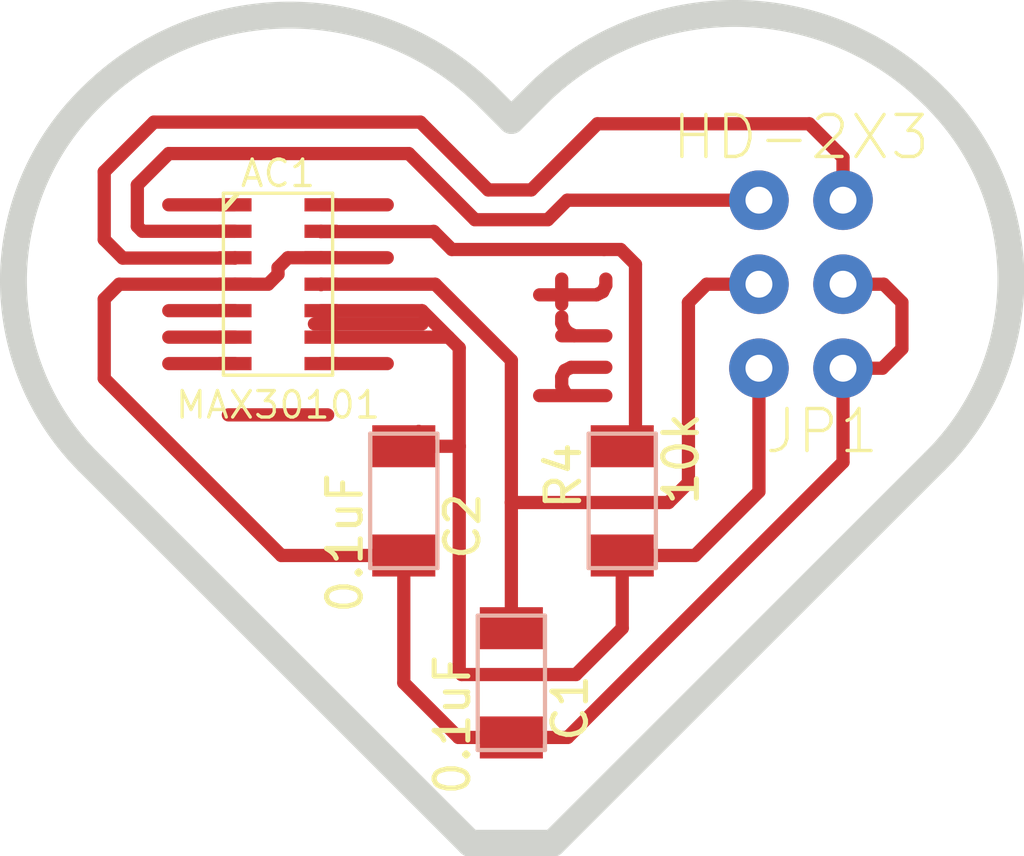
<source format=kicad_pcb>
(kicad_pcb (version 4) (host pcbnew 4.0.7-e2-6376~61~ubuntu18.04.1)

  (general
    (links 14)
    (no_connects 1)
    (area 136.550699 118.858318 167.499301 144.756401)
    (thickness 1.6)
    (drawings 10)
    (tracks 88)
    (zones 0)
    (modules 5)
    (nets 7)
  )

  (page A4)
  (layers
    (0 F.Cu signal)
    (31 B.Cu signal)
    (32 B.Adhes user)
    (33 F.Adhes user)
    (34 B.Paste user)
    (35 F.Paste user)
    (36 B.SilkS user)
    (37 F.SilkS user)
    (38 B.Mask user)
    (39 F.Mask user)
    (40 Dwgs.User user)
    (41 Cmts.User user)
    (42 Eco1.User user)
    (43 Eco2.User user)
    (44 Edge.Cuts user)
    (45 Margin user)
    (46 B.CrtYd user)
    (47 F.CrtYd user)
    (48 B.Fab user)
    (49 F.Fab user)
  )

  (setup
    (last_trace_width 0.4)
    (trace_clearance 0.39)
    (zone_clearance 0.508)
    (zone_45_only no)
    (trace_min 0.2)
    (segment_width 0.2)
    (edge_width 0.8128)
    (via_size 0.6)
    (via_drill 0.4)
    (via_min_size 0.4)
    (via_min_drill 0.3)
    (uvia_size 0.3)
    (uvia_drill 0.1)
    (uvias_allowed no)
    (uvia_min_size 0)
    (uvia_min_drill 0)
    (pcb_text_width 0.3)
    (pcb_text_size 1.5 1.5)
    (mod_edge_width 0.15)
    (mod_text_size 1 1)
    (mod_text_width 0.15)
    (pad_size 1 0.4)
    (pad_drill 0)
    (pad_to_mask_clearance 0.2)
    (aux_axis_origin 0 0)
    (visible_elements FFFFFF7F)
    (pcbplotparams
      (layerselection 0x00030_80000001)
      (usegerberextensions false)
      (excludeedgelayer true)
      (linewidth 0.101600)
      (plotframeref false)
      (viasonmask false)
      (mode 1)
      (useauxorigin false)
      (hpglpennumber 1)
      (hpglpenspeed 20)
      (hpglpendiameter 15)
      (hpglpenoverlay 2)
      (psnegative false)
      (psa4output false)
      (plotreference true)
      (plotvalue true)
      (plotinvisibletext false)
      (padsonsilk false)
      (subtractmaskfromsilk false)
      (outputformat 1)
      (mirror false)
      (drillshape 0)
      (scaleselection 1)
      (outputdirectory ""))
  )

  (net 0 "")
  (net 1 SCL)
  (net 2 SDA)
  (net 3 GND)
  (net 4 VCC)
  (net 5 +1V8)
  (net 6 "Net-(AC1-Pad13)")

  (net_class Default "This is the default net class."
    (clearance 0.39)
    (trace_width 0.4)
    (via_dia 0.6)
    (via_drill 0.4)
    (uvia_dia 0.3)
    (uvia_drill 0.1)
    (add_net +1V8)
    (add_net GND)
    (add_net "Net-(AC1-Pad13)")
    (add_net SCL)
    (add_net SDA)
    (add_net VCC)
  )

  (module fab:fab-OESIP14 (layer F.Cu) (tedit 5B1B0CE0) (tstamp 5AE18CD6)
    (at 144.95 127.45)
    (descr "SMALL OUTLINE PACKAGE")
    (tags "SMALL OUTLINE PACKAGE")
    (path /5AE15100)
    (attr smd)
    (fp_text reference AC1 (at 0 -3.35) (layer F.SilkS)
      (effects (font (size 0.8 0.8) (thickness 0.1)))
    )
    (fp_text value MAX30101 (at 0 3.65) (layer F.SilkS)
      (effects (font (size 0.8 0.8) (thickness 0.1)))
    )
    (fp_line (start -1.25 -2.7) (end -1.6 -2.3) (layer F.SilkS) (width 0.15))
    (fp_line (start 1.65 -2.75) (end 1.65 2.75) (layer F.SilkS) (width 0.1))
    (fp_line (start 1.65 2.75) (end -1.65 2.75) (layer F.SilkS) (width 0.1))
    (fp_line (start -1.65 2.75) (end -1.65 -2.75) (layer F.SilkS) (width 0.1))
    (fp_line (start -1.65 -2.75) (end 1.65 -2.75) (layer F.SilkS) (width 0.1))
    (pad 1 smd rect (at -1.3 -2.4) (size 1 0.4) (layers F.Cu F.Paste F.Mask))
    (pad 2 smd rect (at -1.3 -1.6) (size 1 0.4) (layers F.Cu F.Paste F.Mask)
      (net 1 SCL))
    (pad 3 smd rect (at -1.3 -0.8) (size 1 0.4) (layers F.Cu F.Paste F.Mask)
      (net 2 SDA))
    (pad 4 smd rect (at -1.3 0) (size 1 0.4) (layers F.Cu F.Paste F.Mask)
      (net 3 GND))
    (pad 5 smd rect (at -1.3 0.8) (size 1 0.4) (layers F.Cu F.Paste F.Mask))
    (pad 6 smd rect (at -1.3 1.6) (size 1 0.4) (layers F.Cu F.Paste F.Mask))
    (pad 7 smd rect (at -1.3 2.4) (size 1 0.4) (layers F.Cu F.Paste F.Mask))
    (pad 8 smd rect (at 1.3 2.4) (size 1 0.4) (layers F.Cu F.Paste F.Mask))
    (pad 9 smd rect (at 1.3 1.6) (size 1 0.4) (layers F.Cu F.Paste F.Mask)
      (net 4 VCC))
    (pad 10 smd rect (at 1.3 0.8) (size 1 0.4) (layers F.Cu F.Paste F.Mask)
      (net 4 VCC))
    (pad 11 smd rect (at 1.3 0) (size 1 0.4) (layers F.Cu F.Paste F.Mask)
      (net 5 +1V8))
    (pad 12 smd rect (at 1.3 -0.8) (size 1 0.4) (layers F.Cu F.Paste F.Mask)
      (net 3 GND))
    (pad 13 smd rect (at 1.3 -1.6) (size 1 0.4) (layers F.Cu F.Paste F.Mask)
      (net 6 "Net-(AC1-Pad13)"))
    (pad 14 smd rect (at 1.3 -2.4) (size 1 0.4) (layers F.Cu F.Paste F.Mask))
  )

  (module fab:fab-R1206FAB (layer F.Cu) (tedit 200000) (tstamp 5AE18D3F)
    (at 155.35 134 90)
    (path /5AE167E3)
    (attr smd)
    (fp_text reference R4 (at 0.762 -1.778 90) (layer F.SilkS)
      (effects (font (size 1.016 1.016) (thickness 0.1524)))
    )
    (fp_text value 10k (at 1.27 1.778 90) (layer F.SilkS)
      (effects (font (size 1.016 1.016) (thickness 0.1524)))
    )
    (fp_line (start -2.032 -1.016) (end 2.032 -1.016) (layer B.SilkS) (width 0.127))
    (fp_line (start 2.032 -1.016) (end 2.032 1.016) (layer B.SilkS) (width 0.127))
    (fp_line (start 2.032 1.016) (end -2.032 1.016) (layer B.SilkS) (width 0.127))
    (fp_line (start -2.032 1.016) (end -2.032 -1.016) (layer B.SilkS) (width 0.127))
    (pad 1 smd rect (at -1.651 0 90) (size 1.27 1.905) (layers F.Cu F.Paste F.Mask)
      (net 4 VCC))
    (pad 2 smd rect (at 1.651 0 90) (size 1.27 1.905) (layers F.Cu F.Paste F.Mask)
      (net 6 "Net-(AC1-Pad13)"))
  )

  (module fab:fab-C1206FAB (layer F.Cu) (tedit 200000) (tstamp 5AEC2064)
    (at 152 139.5 270)
    (path /5AEC246B)
    (attr smd)
    (fp_text reference C1 (at 0.762 -1.778 270) (layer F.SilkS)
      (effects (font (size 1.016 1.016) (thickness 0.1524)))
    )
    (fp_text value 0.1uF (at 1.27 1.778 270) (layer F.SilkS)
      (effects (font (size 1.016 1.016) (thickness 0.1524)))
    )
    (fp_line (start -2.032 -1.016) (end 2.032 -1.016) (layer B.SilkS) (width 0.127))
    (fp_line (start 2.032 -1.016) (end 2.032 1.016) (layer B.SilkS) (width 0.127))
    (fp_line (start 2.032 1.016) (end -2.032 1.016) (layer B.SilkS) (width 0.127))
    (fp_line (start -2.032 1.016) (end -2.032 -1.016) (layer B.SilkS) (width 0.127))
    (pad 1 smd rect (at -1.651 0 270) (size 1.27 1.905) (layers F.Cu F.Paste F.Mask)
      (net 5 +1V8))
    (pad 2 smd rect (at 1.651 0 270) (size 1.27 1.905) (layers F.Cu F.Paste F.Mask)
      (net 3 GND))
  )

  (module fab:fab-C1206FAB (layer F.Cu) (tedit 200000) (tstamp 5AEC206A)
    (at 148.75 134 270)
    (path /5AE148A7)
    (attr smd)
    (fp_text reference C2 (at 0.762 -1.778 270) (layer F.SilkS)
      (effects (font (size 1.016 1.016) (thickness 0.1524)))
    )
    (fp_text value 0.1uF (at 1.27 1.778 270) (layer F.SilkS)
      (effects (font (size 1.016 1.016) (thickness 0.1524)))
    )
    (fp_line (start -2.032 -1.016) (end 2.032 -1.016) (layer B.SilkS) (width 0.127))
    (fp_line (start 2.032 -1.016) (end 2.032 1.016) (layer B.SilkS) (width 0.127))
    (fp_line (start 2.032 1.016) (end -2.032 1.016) (layer B.SilkS) (width 0.127))
    (fp_line (start -2.032 1.016) (end -2.032 -1.016) (layer B.SilkS) (width 0.127))
    (pad 1 smd rect (at -1.651 0 270) (size 1.27 1.905) (layers F.Cu F.Paste F.Mask)
      (net 4 VCC))
    (pad 2 smd rect (at 1.651 0 270) (size 1.27 1.905) (layers F.Cu F.Paste F.Mask)
      (net 3 GND))
  )

  (module fab:fab-2X03SMD-THROUGH (layer F.Cu) (tedit 5B0D59E1) (tstamp 5AEC6913)
    (at 160.75 127.45 180)
    (path /5AEC1FD1)
    (attr smd)
    (fp_text reference JP1 (at -0.635 -4.445 180) (layer F.SilkS)
      (effects (font (size 1.27 1.27) (thickness 0.1016)))
    )
    (fp_text value HD-2X3 (at 0 4.445 180) (layer F.SilkS)
      (effects (font (size 1.27 1.27) (thickness 0.1016)))
    )
    (pad 1 thru_hole circle (at -1.27 -2.54 180) (size 1.8 1.8) (drill 0.8128) (layers F.Cu F.Paste F.Mask)
      (net 3 GND))
    (pad 2 thru_hole circle (at 1.27 -2.54 180) (size 1.8 1.8) (drill 0.8128) (layers F.Cu F.Paste F.Mask)
      (net 4 VCC))
    (pad 3 thru_hole circle (at -1.27 0 180) (size 1.8 1.8) (drill 0.8128) (layers F.Cu F.Paste F.Mask)
      (net 3 GND))
    (pad 4 thru_hole circle (at 1.27 0 180) (size 1.8 1.8) (drill 0.8128) (layers F.Cu F.Paste F.Mask)
      (net 5 +1V8))
    (pad 5 thru_hole circle (at -1.27 2.54 180) (size 1.8 1.8) (drill 0.8128) (layers F.Cu B.Paste F.Mask)
      (net 2 SDA))
    (pad 6 thru_hole circle (at 1.27 2.54 180) (size 1.8 1.8) (drill 0.8128) (layers F.Cu F.Paste F.Mask)
      (net 1 SCL))
  )

  (gr_line (start 150.75 144.35) (end 153.25 144.35) (angle 90) (layer Edge.Cuts) (width 0.8128))
  (gr_line (start 139.2 132.8) (end 150.75 144.35) (angle 90) (layer Edge.Cuts) (width 0.8128))
  (gr_line (start 164.8 132.8) (end 153.25 144.35) (angle 90) (layer Edge.Cuts) (width 0.8128))
  (gr_arc (start 144.7 127.35) (end 139.2 132.8) (angle 90) (layer Edge.Cuts) (width 0.8128) (tstamp 5B1D3AC6))
  (gr_arc (start 159.35 127.3) (end 164.85 121.85) (angle 90) (layer Edge.Cuts) (width 0.8128))
  (gr_line (start 152 122.5) (end 152.7 121.8) (angle 90) (layer Edge.Cuts) (width 0.8128))
  (gr_line (start 151.3 121.8) (end 152 122.5) (angle 90) (layer Edge.Cuts) (width 0.8128))
  (gr_arc (start 158.75 127.75) (end 152.75 121.75) (angle 90) (layer Edge.Cuts) (width 0.8128))
  (gr_arc (start 145.3 127.8) (end 139.3 121.8) (angle 90) (layer Edge.Cuts) (width 0.8128))
  (gr_text hrt (at 153.95 129.2 90) (layer F.Cu)
    (effects (font (size 2 2) (thickness 0.4)))
  )

  (segment (start 146.05 128.65) (end 149.3 128.65) (width 0.4) (layer F.Cu) (net 0) (tstamp 5B2B97E3))
  (segment (start 146.25 129.85) (end 148.25 129.85) (width 0.4) (layer F.Cu) (net 0) (tstamp 5B1B0B6E))
  (segment (start 143.65 129.85) (end 141.65 129.85) (width 0.4) (layer F.Cu) (net 0) (tstamp 5B19C803))
  (segment (start 143.45 131.4) (end 146.45 131.4) (width 0.4) (layer F.Cu) (net 0))
  (segment (start 146.25 125.05) (end 148.25 125.05) (width 0.4) (layer F.Cu) (net 0) (tstamp 5B19C828))
  (segment (start 141.65 129.05) (end 143.65 129.05) (width 0.4) (layer F.Cu) (net 0) (tstamp 5B19C7FC))
  (segment (start 141.65 128.25) (end 143.65 128.25) (width 0.4) (layer F.Cu) (net 0) (tstamp 5B19C7E7))
  (segment (start 141.65 125.05) (end 143.65 125.05) (width 0.4) (layer F.Cu) (net 0))
  (segment (start 150.9 125.5) (end 153.1 125.5) (width 0.4) (layer F.Cu) (net 1))
  (segment (start 143.65 125.85) (end 140.85 125.85) (width 0.4) (layer F.Cu) (net 1))
  (segment (start 153.69 124.91) (end 159.48 124.91) (width 0.4) (layer F.Cu) (net 1) (tstamp 5AF54F64))
  (segment (start 153.1 125.5) (end 153.69 124.91) (width 0.4) (layer F.Cu) (net 1) (tstamp 5B1B06F8))
  (segment (start 148.9 123.5) (end 150.9 125.5) (width 0.4) (layer F.Cu) (net 1) (tstamp 5AF54F4E))
  (segment (start 141.65 123.5) (end 148.9 123.5) (width 0.4) (layer F.Cu) (net 1) (tstamp 5AF54F47))
  (segment (start 140.7 124.45) (end 141.65 123.5) (width 0.4) (layer F.Cu) (net 1) (tstamp 5AF54F41))
  (segment (start 140.7 125.7) (end 140.7 124.45) (width 0.4) (layer F.Cu) (net 1) (tstamp 5AF54F3D))
  (segment (start 140.85 125.85) (end 140.7 125.7) (width 0.4) (layer F.Cu) (net 1) (tstamp 5AF54F21))
  (segment (start 151.3 124.6) (end 152.6 124.6) (width 0.4) (layer F.Cu) (net 2))
  (segment (start 151.3 124.6) (end 149.25 122.55) (width 0.4) (layer F.Cu) (net 2) (tstamp 5B1B06E2))
  (segment (start 162.02 123.62) (end 161 122.6) (width 0.4) (layer F.Cu) (net 2) (tstamp 5AF54EDA))
  (segment (start 161 122.6) (end 154.6 122.6) (width 0.4) (layer F.Cu) (net 2) (tstamp 5AF54EDE))
  (segment (start 154.6 122.6) (end 152.6 124.6) (width 0.4) (layer F.Cu) (net 2) (tstamp 5AF54EE2))
  (segment (start 162.02 124.46) (end 162.02 123.62) (width 0.4) (layer F.Cu) (net 2))
  (segment (start 140.259998 126.659998) (end 143.65 126.659998) (width 0.4) (layer F.Cu) (net 2) (tstamp 5AF54F15))
  (segment (start 139.7 126.1) (end 140.259998 126.659998) (width 0.4) (layer F.Cu) (net 2) (tstamp 5AF54F10))
  (segment (start 139.7 124.05) (end 139.7 126.1) (width 0.4) (layer F.Cu) (net 2) (tstamp 5AF54F0C))
  (segment (start 141.2 122.55) (end 139.7 124.05) (width 0.4) (layer F.Cu) (net 2) (tstamp 5AF54F02))
  (segment (start 149.25 122.55) (end 141.2 122.55) (width 0.4) (layer F.Cu) (net 2) (tstamp 5AF54EFC))
  (segment (start 143.65 126.659998) (end 143.65 126.65) (width 0.4) (layer F.Cu) (net 2) (tstamp 5AF54F18))
  (segment (start 140.15 127.45) (end 139.7 127.9) (width 0.4) (layer F.Cu) (net 3) (tstamp 5AF54BA7))
  (segment (start 139.7 127.9) (end 139.7 130.3) (width 0.4) (layer F.Cu) (net 3) (tstamp 5AF54BAD))
  (segment (start 146.25 126.65) (end 148.25 126.65) (width 0.4) (layer F.Cu) (net 3))
  (segment (start 143.65 127.45) (end 140.15 127.45) (width 0.4) (layer F.Cu) (net 3))
  (segment (start 145.051 135.651) (end 148.75 135.651) (width 0.4) (layer F.Cu) (net 3) (tstamp 5AF54BC3))
  (segment (start 139.7 130.3) (end 145.051 135.651) (width 0.4) (layer F.Cu) (net 3) (tstamp 5AF54BB1))
  (segment (start 146.25 126.65) (end 145.25 126.65) (width 0.4) (layer F.Cu) (net 3))
  (segment (start 144.65 127.45) (end 143.65 127.45) (width 0.4) (layer F.Cu) (net 3) (tstamp 5AF54B94))
  (segment (start 144.95 127.15) (end 144.65 127.45) (width 0.4) (layer F.Cu) (net 3) (tstamp 5AF54B85))
  (segment (start 144.95 126.95) (end 144.95 127.15) (width 0.4) (layer F.Cu) (net 3) (tstamp 5AF54B80))
  (segment (start 145.25 126.65) (end 144.95 126.95) (width 0.4) (layer F.Cu) (net 3) (tstamp 5AF54B7A))
  (segment (start 152.25 141.151) (end 150.401 141.151) (width 0.4) (layer F.Cu) (net 3))
  (segment (start 150.401 141.151) (end 148.75 139.5) (width 0.4) (layer F.Cu) (net 3) (tstamp 5AF5491B))
  (segment (start 148.75 139.5) (end 148.75 135.651) (width 0.4) (layer F.Cu) (net 3) (tstamp 5AF54922))
  (segment (start 162.02 129.54) (end 162.02 132.831) (width 0.4) (layer F.Cu) (net 3))
  (segment (start 153.7 141.151) (end 152.25 141.151) (width 0.4) (layer F.Cu) (net 3) (tstamp 5AF54890))
  (segment (start 162.02 132.831) (end 153.7 141.151) (width 0.4) (layer F.Cu) (net 3) (tstamp 5AF54883))
  (segment (start 162.02 127.45) (end 163.25 127.45) (width 0.4) (layer F.Cu) (net 3))
  (segment (start 163.21 129.99) (end 162.02 129.99) (width 0.4) (layer F.Cu) (net 3) (tstamp 5AF5487D))
  (segment (start 163.8 129.4) (end 163.21 129.99) (width 0.4) (layer F.Cu) (net 3) (tstamp 5AF54879))
  (segment (start 163.8 128) (end 163.8 129.4) (width 0.4) (layer F.Cu) (net 3) (tstamp 5AF54876))
  (segment (start 163.25 127.45) (end 163.8 128) (width 0.4) (layer F.Cu) (net 3) (tstamp 5AF54873))
  (segment (start 149.3 128.25) (end 150.425 129.375) (width 0.4) (layer F.Cu) (net 4))
  (segment (start 150.425 132.35) (end 150.425 129.375) (width 0.4) (layer F.Cu) (net 4) (tstamp 5B1D325A))
  (segment (start 149.3 128.25) (end 146.25 128.25) (width 0.4) (layer F.Cu) (net 4) (tstamp 5AF548DB))
  (segment (start 150.425 132.35) (end 150.425 139.175) (width 0.4) (layer F.Cu) (net 4))
  (segment (start 150.425 139.175) (end 150.5 139.25) (width 0.4) (layer F.Cu) (net 4) (tstamp 5B1D325C))
  (segment (start 146.25 129.05) (end 150.1 129.05) (width 0.4) (layer F.Cu) (net 4))
  (segment (start 150.425 132.349) (end 150.425 132.35) (width 0.4) (layer F.Cu) (net 4))
  (segment (start 148.75 132.349) (end 149.2 131.899) (width 0.4) (layer F.Cu) (net 4))
  (segment (start 155.35 135.651) (end 155.35 137.85) (width 0.4) (layer F.Cu) (net 4))
  (segment (start 155.35 137.85) (end 153.95 139.25) (width 0.4) (layer F.Cu) (net 4) (tstamp 5AF54846))
  (segment (start 153.95 139.25) (end 150.5 139.25) (width 0.4) (layer F.Cu) (net 4) (tstamp 5AF54849))
  (segment (start 150.425 132.349) (end 148.75 132.349) (width 0.4) (layer F.Cu) (net 4) (tstamp 5B1D3176))
  (segment (start 150.5 139.25) (end 150.5 139.25) (width 0.4) (layer F.Cu) (net 4) (tstamp 5AF5484B))
  (segment (start 159.48 129.54) (end 159.48 133.72) (width 0.4) (layer F.Cu) (net 4))
  (segment (start 157.549 135.651) (end 155.35 135.651) (width 0.4) (layer F.Cu) (net 4) (tstamp 5AF5483E))
  (segment (start 159.48 133.72) (end 157.549 135.651) (width 0.4) (layer F.Cu) (net 4) (tstamp 5AF5483A))
  (segment (start 159.53 127.45) (end 157.9 127.45) (width 0.4) (layer F.Cu) (net 5))
  (segment (start 156.75 134.05) (end 152 134.05) (width 0.4) (layer F.Cu) (net 5) (tstamp 5B1D3439))
  (segment (start 157.35 133.45) (end 156.75 134.05) (width 0.4) (layer F.Cu) (net 5) (tstamp 5B1D3434))
  (segment (start 157.35 128) (end 157.35 133.45) (width 0.4) (layer F.Cu) (net 5) (tstamp 5B1D342E))
  (segment (start 157.9 127.45) (end 157.35 128) (width 0.4) (layer F.Cu) (net 5) (tstamp 5B1D341E))
  (segment (start 146.25 127.45) (end 149.7 127.45) (width 0.4) (layer F.Cu) (net 5))
  (segment (start 152 129.75) (end 152 134.05) (width 0.4) (layer F.Cu) (net 5) (tstamp 5B1D31DA))
  (segment (start 152 134.05) (end 152 137.599) (width 0.4) (layer F.Cu) (net 5) (tstamp 5B1D3495))
  (segment (start 149.7 127.45) (end 152 129.75) (width 0.4) (layer F.Cu) (net 5) (tstamp 5B1D31D4))
  (segment (start 152 137.599) (end 152.25 137.849) (width 0.4) (layer F.Cu) (net 5) (tstamp 5B1D31E9))
  (segment (start 146.25 127.459998) (end 146.25 127.45) (width 0.4) (layer F.Cu) (net 5) (tstamp 5AF55286))
  (segment (start 146.25 127.459998) (end 146.25 127.45) (width 0.4) (layer F.Cu) (net 5) (tstamp 5AF5490F))
  (segment (start 154.8 126.4) (end 155.3 126.4) (width 0.4) (layer F.Cu) (net 6))
  (segment (start 155.3 126.4) (end 155.75 126.85) (width 0.4) (layer F.Cu) (net 6) (tstamp 5B1B07DA))
  (segment (start 150.2 126.4) (end 154.8 126.4) (width 0.4) (layer F.Cu) (net 6))
  (segment (start 155.75 126.85) (end 155.75 132.349) (width 0.4) (layer F.Cu) (net 6) (tstamp 5B1B07DD))
  (segment (start 155.75 132.349) (end 155.75 131.95) (width 0.4) (layer F.Cu) (net 6))
  (segment (start 150.2 126.4) (end 149.65 125.85) (width 0.4) (layer F.Cu) (net 6) (tstamp 5B1B079F))
  (segment (start 149.659998 125.859998) (end 146.25 125.859998) (width 0.4) (layer F.Cu) (net 6) (tstamp 5AF5526B))
  (segment (start 146.25 125.859998) (end 146.25 125.85) (width 0.4) (layer F.Cu) (net 6) (tstamp 5AF55270))
  (segment (start 155.75 132.349) (end 155.599 132.349) (width 0.4) (layer F.Cu) (net 6))

)

</source>
